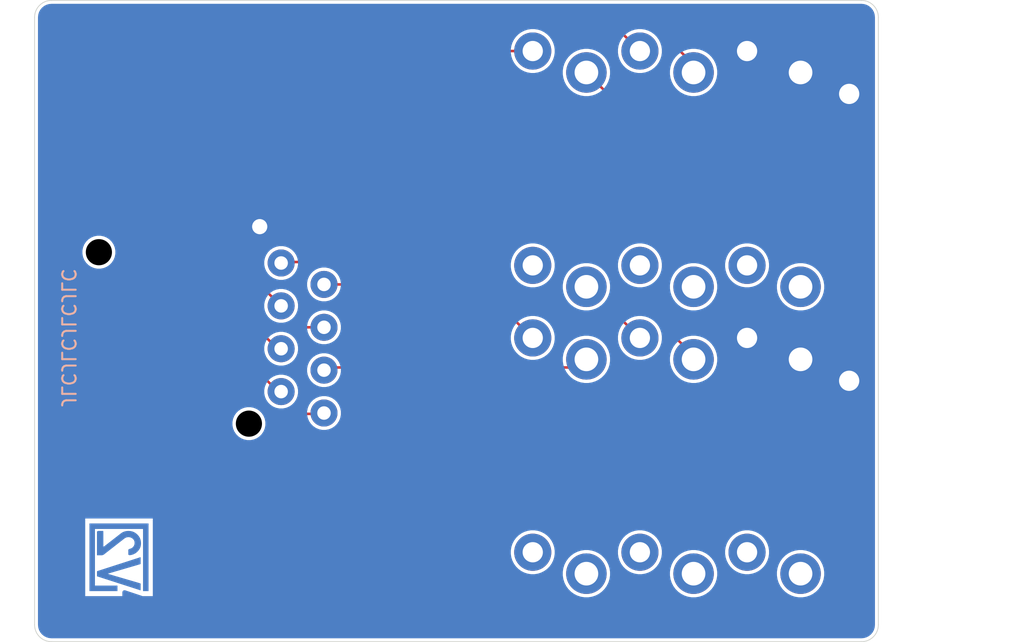
<source format=kicad_pcb>
(kicad_pcb (version 20241229) (generator "pcbnew") (generator_version "9.0")
  (title_block (date "2026-02-10") (rev "2026-02-10"))
  (layers (0 "F.Cu" signal "Front") (2 "B.Cu" signal "Back") (13 "F.Paste" user) (5 "F.SilkS" user "F.Silkscreen") (7 "B.SilkS" user "B.Silkscreen") (1 "F.Mask" user) (3 "B.Mask" user) (25 "Edge.Cuts" user))
  (property "Order-Number" "JLCJLCJLCJLC")
  (net 0 "")
  (net 1 "/Channel-1+")
  (net 2 "/Channel-3-")
  (net 3 "/Channel-1-")
  (net 4 "/Channel-3+")
  (net 6 "GND")
  (net 8 "/Channel-4-")
  (net 17 "/Channel-2-")
  (net 19 "/Channel-2+")
  (net 20 "/Channel-4+")
  (footprint "V2_Connector_EtherCon:NE8FAH" (layer "F.Cu") (at 62.5 98.707107 90)
    (property "Reference" "J103" (hide yes))
    (property "Value" "NE8FAH" (hide yes))
    (pad "" np_thru_hole circle (at -5.08 12.7 90) (size 1.55 1.55) (drill 1.55) (layers "*.Mask"))
    (pad "" np_thru_hole circle (at 5.08 3.81 90) (size 1.55 1.55) (drill 1.55) (layers "*.Mask"))
    (pad "1" thru_hole circle (at 4.44 14.61 90) (size 1.6 1.6) (drill 0.8) (layers "*.Cu" "*.Mask") (net 3 "/Channel-1-"))
    (pad "2" thru_hole circle (at 3.17 17.15 90) (size 1.6 1.6) (drill 0.8) (layers "*.Cu" "*.Mask") (net 1 "/Channel-1+"))
    (pad "3" thru_hole circle (at 1.9 14.61 90) (size 1.6 1.6) (drill 0.8) (layers "*.Cu" "*.Mask") (net 2 "/Channel-3-"))
    (pad "4" thru_hole circle (at 0.63 17.15 90) (size 1.6 1.6) (drill 0.8) (layers "*.Cu" "*.Mask") (net 19 "/Channel-2+"))
    (pad "5" thru_hole circle (at -0.64 14.61 90) (size 1.6 1.6) (drill 0.8) (layers "*.Cu" "*.Mask") (net 17 "/Channel-2-"))
    (pad "6" thru_hole circle (at -1.91 17.15 90) (size 1.6 1.6) (drill 0.8) (layers "*.Cu" "*.Mask") (net 4 "/Channel-3+"))
    (pad "7" thru_hole circle (at -3.18 14.61 90) (size 1.6 1.6) (drill 0.8) (layers "*.Cu" "*.Mask") (net 8 "/Channel-4-"))
    (pad "8" thru_hole circle (at -4.45 17.15 90) (size 1.6 1.6) (drill 0.8) (layers "*.Cu" "*.Mask") (net 20 "/Channel-4+"))
    (pad "S" thru_hole circle (at 6.595 13.34 90) (size 1.6 1.6) (drill 0.9) (layers "*.Cu" "*.Mask") (net 6 "GND"))
  )
  (footprint "V2_Connector_Audio:Jack_6.35mm_Neutrik_NSJ12HC_Horizontal" (layer "F.Cu") (at 112.5 107.207107)
    (property "Reference" "J101" (hide yes))
    (property "Value" "NSJ12HC" (hide yes))
    (pad "G" thru_hole circle (at -1.73 -5.96) (size 2.2 2.2) (drill 1.2) (layers "*.Cu" "*.Mask") (net 6 "GND"))
    (pad "R1" thru_hole circle (at -14.13 -8.5) (size 2.2 2.2) (drill 1.2) (layers "*.Cu" "*.Mask") (net 3 "/Channel-1-"))
    (pad "R2" thru_hole circle (at -10.95 -7.23) (size 2.4 2.4) (drill 1.4) (layers "*.Cu" "*.Mask") (net 2 "/Channel-3-"))
    (pad "RN1" thru_hole circle (at -14.13 4.2) (size 2.2 2.2) (drill 1.2) (layers "*.Cu" "*.Mask"))
    (pad "RN2" thru_hole circle (at -10.95 5.47) (size 2.4 2.4) (drill 1.4) (layers "*.Cu" "*.Mask"))
    (pad "S1" thru_hole circle (at -7.78 -8.5) (size 2.2 2.2) (drill 1.2) (layers "*.Cu" "*.Mask") (net 6 "GND"))
    (pad "S2" thru_hole circle (at -4.61 -7.23) (size 2.4 2.4) (drill 1.4) (layers "*.Cu" "*.Mask") (net 6 "GND"))
    (pad "SN1" thru_hole circle (at -7.78 4.2) (size 2.2 2.2) (drill 1.2) (layers "*.Cu" "*.Mask"))
    (pad "SN2" thru_hole circle (at -4.61 5.47) (size 2.4 2.4) (drill 1.4) (layers "*.Cu" "*.Mask"))
    (pad "T1" thru_hole circle (at -20.48 -8.5) (size 2.2 2.2) (drill 1.2) (layers "*.Cu" "*.Mask") (net 1 "/Channel-1+"))
    (pad "T2" thru_hole circle (at -17.3 -7.23) (size 2.4 2.4) (drill 1.4) (layers "*.Cu" "*.Mask") (net 4 "/Channel-3+"))
    (pad "TN1" thru_hole circle (at -20.48 4.2) (size 2.2 2.2) (drill 1.2) (layers "*.Cu" "*.Mask"))
    (pad "TN2" thru_hole circle (at -17.3 5.47) (size 2.4 2.4) (drill 1.4) (layers "*.Cu" "*.Mask"))
  )
  (footprint "V2_Connector_Audio:Jack_6.35mm_Neutrik_NSJ12HC_Horizontal" (layer "F.Cu") (at 112.5 90.207107)
    (property "Reference" "J102" (hide yes))
    (property "Value" "NSJ12HC" (hide yes))
    (pad "G" thru_hole circle (at -1.73 -5.96) (size 2.2 2.2) (drill 1.2) (layers "*.Cu" "*.Mask") (net 6 "GND"))
    (pad "R1" thru_hole circle (at -14.13 -8.5) (size 2.2 2.2) (drill 1.2) (layers "*.Cu" "*.Mask") (net 17 "/Channel-2-"))
    (pad "R2" thru_hole circle (at -10.95 -7.23) (size 2.4 2.4) (drill 1.4) (layers "*.Cu" "*.Mask") (net 8 "/Channel-4-"))
    (pad "RN1" thru_hole circle (at -14.13 4.2) (size 2.2 2.2) (drill 1.2) (layers "*.Cu" "*.Mask"))
    (pad "RN2" thru_hole circle (at -10.95 5.47) (size 2.4 2.4) (drill 1.4) (layers "*.Cu" "*.Mask"))
    (pad "S1" thru_hole circle (at -7.78 -8.5) (size 2.2 2.2) (drill 1.2) (layers "*.Cu" "*.Mask") (net 6 "GND"))
    (pad "S2" thru_hole circle (at -4.61 -7.23) (size 2.4 2.4) (drill 1.4) (layers "*.Cu" "*.Mask") (net 6 "GND"))
    (pad "SN1" thru_hole circle (at -7.78 4.2) (size 2.2 2.2) (drill 1.2) (layers "*.Cu" "*.Mask"))
    (pad "SN2" thru_hole circle (at -4.61 5.47) (size 2.4 2.4) (drill 1.4) (layers "*.Cu" "*.Mask"))
    (pad "T1" thru_hole circle (at -20.48 -8.5) (size 2.2 2.2) (drill 1.2) (layers "*.Cu" "*.Mask") (net 19 "/Channel-2+"))
    (pad "T2" thru_hole circle (at -17.3 -7.23) (size 2.4 2.4) (drill 1.4) (layers "*.Cu" "*.Mask") (net 20 "/Channel-4+"))
    (pad "TN1" thru_hole circle (at -20.48 4.2) (size 2.2 2.2) (drill 1.2) (layers "*.Cu" "*.Mask"))
    (pad "TN2" thru_hole circle (at -17.3 5.47) (size 2.4 2.4) (drill 1.4) (layers "*.Cu" "*.Mask"))
  )
  (footprint "V2_Artwork:Logo_Small" (layer "B.Cu") (at 67.5 111.707107 90)
    (property "Reference" "ICON101" (hide yes))
    (property "Value" "V2-logo" (hide yes))
    (fp_poly (pts (xy 2.006758 -1.750057) (xy -2.003742 -1.750057) (xy -2.003742 -0.089057) (xy -1.676242 -0.089057) (xy -1.676242 -1.422557) (xy 1.679258 -1.422557) (xy 1.679258 1.424943) (xy -2.003742 1.424943) (xy -2.003742 1.752443) (xy 2.006758 1.752443)) (fill yes) (layer "B.Cu"))
    (fp_poly (pts (xy -1.520919 1.190765) (xy -0.987877 -0.632379) (xy -0.96229 -0.63477) (xy -0.429473 1.187605) (xy -0.397658 1.28383) (xy -0.093581 1.28383) (xy 0.011405 1.282303) (xy -0.821464 -1.300873) (xy -0.922973 -1.304044) (xy -1.126979 -1.304044) (xy -1.959811 1.279026) (xy -1.859182 1.28383) (xy -1.55515 1.28383)) (fill yes) (layer "B.Cu"))
    (fp_poly (pts (xy 0.959179 1.296323) (xy 1.057102 1.27333) (xy 1.15069 1.236367) (xy 1.237701 1.18584) (xy 1.316459 1.12329) (xy 1.386544 1.051192) (xy 1.4473 0.971068) (xy 1.496526 0.883341) (xy 1.532676 0.789459) (xy 1.555226 0.691443) (xy 1.564714 0.591354) (xy 1.562302 0.490861) (xy 1.547686 0.391375) (xy 1.519699 0.294757) (xy 1.477977 0.203204) (xy 1.423428 0.118825) (xy 0.62811 -0.902367) (xy 0.666211 -0.926016) (xy 1.464718 -0.926016) (xy 1.565211 -0.930611) (xy 1.565211 -1.236646) (xy 1.526846 -1.304028) (xy 0.119258 -1.304044) (xy 0.119258 -0.998218) (xy 0.152529 -0.907926) (xy 1.075862 0.274673) (xy 1.135011 0.354575) (xy 1.177602 0.443372) (xy 1.194922 0.540328) (xy 1.188525 0.63852) (xy 1.156173 0.731429) (xy 1.102154 0.813814) (xy 1.029408 0.879553) (xy 0.93915 0.917434) (xy 0.841313 0.926822) (xy 0.744269 0.911115) (xy 0.655699 0.868697) (xy 0.582012 0.803671) (xy 0.529159 0.720807) (xy 0.499075 0.625849) (xy 0.458111 0.553721) (xy 0.151905 0.553721) (xy 0.122138 0.626978) (xy 0.136522 0.727544) (xy 0.163539 0.824426) (xy 0.203793 0.916615) (xy 0.256664 1.002191) (xy 0.320597 1.07979) (xy 0.393413 1.149125) (xy 0.474729 1.208346) (xy 0.563921 1.254958) (xy 0.65936 1.286951) (xy 0.758577 1.303726) (xy 0.859118 1.306199)) (fill yes) (layer "B.Cu"))
    (zone (net 0) (net_name "") (layer "B.Cu") (connect_pads (clearance 0)) (min_thickness 0.254)
      (keepout (tracks not_allowed) (vias not_allowed) (pads not_allowed) (copperpour not_allowed) (footprints allowed))
      (fill (thermal_gap 0.508) (thermal_bridge_width 0.508))
      (polygon (pts (xy 65.5 114.007107) (xy 65.5 109.407107) (xy 69.505 109.407107) (xy 69.505 114.007107) (xy 68.9 114.007107) (xy 67.7 113.607107) (xy 67.7 114.007107)))
    )
  )
  (footprint "V2_Production:Order_Number" (layer "B.Cu") (at 64.5 98.707107 90)
    (property "Reference" "INFO101" (hide yes))
    (property "Value" "Order_Number" (hide yes))
    (fp_text user "${Order-Number}" (at 0 0 270) (layer "B.SilkS") (effects (font (size 0.8 0.8) (thickness 0.12)) (justify mirror)))
  )
  (gr_line (start 62.5 79.707107) (end 62.5 115.707107) (stroke (width 0.05)) (layer "Edge.Cuts"))
  (gr_arc (start 62.5 79.707107) (mid 62.792893 79) (end 63.5 78.707107) (stroke (width 0.05)) (layer "Edge.Cuts"))
  (gr_line (start 63.5 78.707107) (end 111.5 78.707107) (stroke (width 0.05)) (layer "Edge.Cuts"))
  (gr_arc (start 63.5 116.707107) (mid 62.792893 116.414214) (end 62.5 115.707107) (stroke (width 0.05)) (layer "Edge.Cuts"))
  (gr_line (start 63.5 116.707107) (end 111.5 116.707107) (stroke (width 0.05)) (layer "Edge.Cuts"))
  (gr_arc (start 111.5 78.707107) (mid 112.207107 79) (end 112.5 79.707107) (stroke (width 0.05)) (layer "Edge.Cuts"))
  (gr_line (start 112.5 79.707107) (end 112.5 115.707107) (stroke (width 0.05)) (layer "Edge.Cuts"))
  (gr_arc (start 112.5 115.707107) (mid 112.207107 116.414214) (end 111.5 116.707107) (stroke (width 0.05)) (layer "Edge.Cuts"))
  (segment (start 79.65 95.537107) (end 88.83 95.537107) (width 0.15) (layer "F.Cu") (net 1))
  (segment (start 88.83 95.537107) (end 92 98.707107) (width 0.15) (layer "F.Cu") (net 1))
  (segment (start 92 98.707107) (end 92.02 98.707107) (width 0.15) (layer "F.Cu") (net 1))
  (segment (start 100 98.207107) (end 100 93.707107) (width 0.15) (layer "F.Cu") (net 2))
  (segment (start 75.75 93.957107) (end 75.75 95.457107) (width 0.15) (layer "F.Cu") (net 2))
  (segment (start 98.75 92.457107) (end 77.25 92.457107) (width 0.15) (layer "F.Cu") (net 2))
  (segment (start 77.1 96.807107) (end 77.11 96.807107) (width 0.15) (layer "F.Cu") (net 2))
  (segment (start 101.55 99.757107) (end 100 98.207107) (width 0.15) (layer "F.Cu") (net 2))
  (segment (start 101.55 99.977107) (end 101.55 99.757107) (width 0.15) (layer "F.Cu") (net 2))
  (segment (start 101.55 100.407107) (end 101.55 99.977107) (width 0.15) (layer "F.Cu") (net 2))
  (segment (start 100 93.707107) (end 98.75 92.457107) (width 0.15) (layer "F.Cu") (net 2))
  (segment (start 77.25 92.457107) (end 75.75 93.957107) (width 0.15) (layer "F.Cu") (net 2))
  (segment (start 75.75 95.457107) (end 77.1 96.807107) (width 0.15) (layer "F.Cu") (net 2))
  (segment (start 89.5 94.207107) (end 77.17 94.207107) (width 0.15) (layer "F.Cu") (net 3))
  (segment (start 96.935 97.272107) (end 92.565 97.272107) (width 0.15) (layer "F.Cu") (net 3))
  (segment (start 98.37 98.707107) (end 96.935 97.272107) (width 0.15) (layer "F.Cu") (net 3))
  (segment (start 92.565 97.272107) (end 89.5 94.207107) (width 0.15) (layer "F.Cu") (net 3))
  (segment (start 77.17 94.207107) (end 77.11 94.267107) (width 0.15) (layer "F.Cu") (net 3))
  (segment (start 94.72 100.457107) (end 95.2 99.977107) (width 0.15) (layer "F.Cu") (net 4))
  (segment (start 79.65 100.617107) (end 79.81 100.457107) (width 0.15) (layer "F.Cu") (net 4))
  (segment (start 79.81 100.457107) (end 94.72 100.457107) (width 0.15) (layer "F.Cu") (net 4))
  (segment (start 101.55 82.507107) (end 101.55 82.977107) (width 0.15) (layer "F.Cu") (net 8))
  (segment (start 73.25 98.207107) (end 73.25 91.457107) (width 0.15) (layer "F.Cu") (net 8))
  (segment (start 73.25 91.457107) (end 85 79.707107) (width 0.15) (layer "F.Cu") (net 8))
  (segment (start 77.11 101.887107) (end 76.93 101.887107) (width 0.15) (layer "F.Cu") (net 8))
  (segment (start 76.93 101.887107) (end 73.25 98.207107) (width 0.15) (layer "F.Cu") (net 8))
  (segment (start 85 79.707107) (end 98.75 79.707107) (width 0.15) (layer "F.Cu") (net 8))
  (segment (start 98.75 79.707107) (end 101.55 82.507107) (width 0.15) (layer "F.Cu") (net 8))
  (segment (start 73.75 91.707107) (end 73.75 96.207107) (width 0.15) (layer "F.Cu") (net 17))
  (segment (start 85.25 80.207107) (end 73.75 91.707107) (width 0.15) (layer "F.Cu") (net 17))
  (segment (start 73.75 96.207107) (end 76.89 99.347107) (width 0.15) (layer "F.Cu") (net 17))
  (segment (start 96.87 80.207107) (end 85.25 80.207107) (width 0.15) (layer "F.Cu") (net 17))
  (segment (start 98.37 81.707107) (end 96.87 80.207107) (width 0.15) (layer "F.Cu") (net 17))
  (segment (start 76.89 99.347107) (end 77.11 99.347107) (width 0.15) (layer "F.Cu") (net 17))
  (segment (start 76.495 98.077107) (end 79.65 98.077107) (width 0.15) (layer "F.Cu") (net 19))
  (segment (start 84.5 81.707107) (end 74.25 91.957107) (width 0.15) (layer "F.Cu") (net 19))
  (segment (start 74.25 91.957107) (end 74.25 95.832107) (width 0.15) (layer "F.Cu") (net 19))
  (segment (start 92.02 81.707107) (end 84.5 81.707107) (width 0.15) (layer "F.Cu") (net 19))
  (segment (start 74.25 95.832107) (end 76.495 98.077107) (width 0.15) (layer "F.Cu") (net 19))
  (segment (start 96.93 84.707107) (end 102.25 84.707107) (width 0.15) (layer "F.Cu") (net 20))
  (segment (start 79.6 103.207107) (end 79.65 103.157107) (width 0.15) (layer "F.Cu") (net 20))
  (segment (start 72.75 99.707107) (end 76.25 103.207107) (width 0.15) (layer "F.Cu") (net 20))
  (segment (start 84.75 79.207107) (end 72.75 91.207107) (width 0.15) (layer "F.Cu") (net 20))
  (segment (start 102.25 84.707107) (end 103.25 83.707107) (width 0.15) (layer "F.Cu") (net 20))
  (segment (start 72.75 91.207107) (end 72.75 99.707107) (width 0.15) (layer "F.Cu") (net 20))
  (segment (start 100.25 79.207107) (end 84.75 79.207107) (width 0.15) (layer "F.Cu") (net 20))
  (segment (start 103.25 83.707107) (end 103.25 82.207107) (width 0.15) (layer "F.Cu") (net 20))
  (segment (start 103.25 82.207107) (end 100.25 79.207107) (width 0.15) (layer "F.Cu") (net 20))
  (segment (start 95.2 82.977107) (end 96.93 84.707107) (width 0.15) (layer "F.Cu") (net 20))
  (segment (start 76.25 103.207107) (end 79.6 103.207107) (width 0.15) (layer "F.Cu") (net 20))
  (zone (net 6) (net_name "GND") (layer "B.Cu") (connect_pads yes (clearance 0.2)) (min_thickness 0.25) (fill yes (thermal_gap 0.5) (thermal_bridge_width 0.5) (smoothing fillet) (radius 0.25))
    (polygon (pts (xy 62.5 116.707107) (xy 62.5 78.707107) (xy 112.5 78.707107) (xy 112.5 116.707107)))
  )
)
</source>
